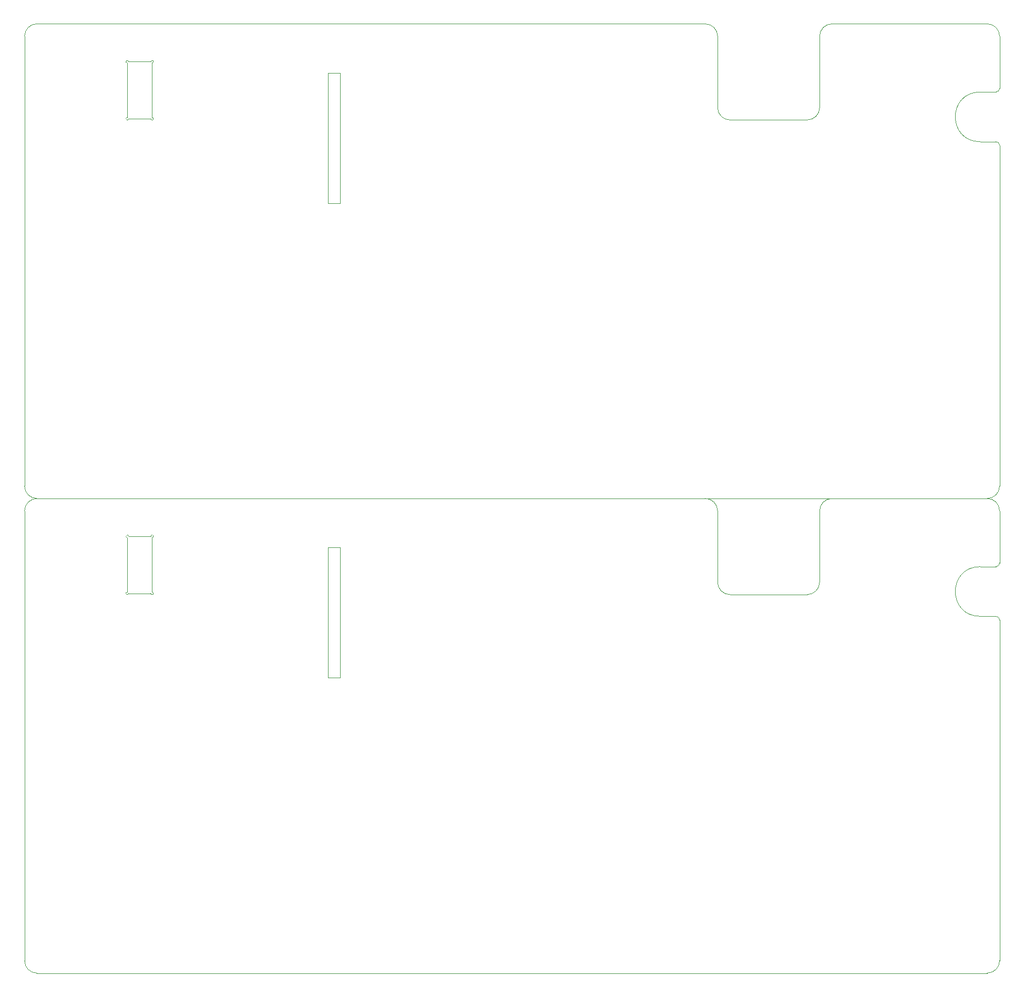
<source format=gbr>
%TF.GenerationSoftware,KiCad,Pcbnew,8.0.8*%
%TF.CreationDate,2025-02-23T19:37:12+09:00*%
%TF.ProjectId,Marre-Cover-V2.2,4d617272-652d-4436-9f76-65722d56322e,rev?*%
%TF.SameCoordinates,Original*%
%TF.FileFunction,Profile,NP*%
%FSLAX46Y46*%
G04 Gerber Fmt 4.6, Leading zero omitted, Abs format (unit mm)*
G04 Created by KiCad (PCBNEW 8.0.8) date 2025-02-23 19:37:12*
%MOMM*%
%LPD*%
G01*
G04 APERTURE LIST*
%TA.AperFunction,Profile*%
%ADD10C,0.050000*%
%TD*%
%TA.AperFunction,Profile*%
%ADD11C,0.120000*%
%TD*%
G04 APERTURE END LIST*
D10*
X137280000Y-99200000D02*
G75*
G02*
X139280000Y-101200000I0J-2000000D01*
G01*
X181565000Y-118190003D02*
G75*
G02*
X181565000Y-110189997I0J4000003D01*
G01*
X29650000Y-175700000D02*
X182700000Y-175700000D01*
X27650000Y-101200000D02*
X27650000Y-173700000D01*
X181565000Y-118190003D02*
X184100000Y-118190003D01*
X155710000Y-112690000D02*
G75*
G02*
X153710000Y-114690000I-2000000J0D01*
G01*
X155710000Y-101200000D02*
X155710000Y-112690000D01*
X184700000Y-109590000D02*
G75*
G02*
X184100000Y-110190000I-600000J0D01*
G01*
X27650000Y-101200000D02*
G75*
G02*
X29650000Y-99200000I2000000J0D01*
G01*
X182700000Y-99200000D02*
G75*
G02*
X184700000Y-101200000I0J-2000000D01*
G01*
X184700000Y-118790000D02*
X184700000Y-173700000D01*
X153710000Y-114690000D02*
X141280000Y-114690000D01*
X184700000Y-173700000D02*
G75*
G02*
X182700000Y-175700000I-2000000J0D01*
G01*
X181565000Y-110189997D02*
X184100000Y-110189997D01*
X29650000Y-175700000D02*
G75*
G02*
X27650000Y-173700000I0J2000000D01*
G01*
X182700000Y-99200000D02*
X157710000Y-99200000D01*
X139280000Y-112690000D02*
X139280000Y-101200000D01*
X155710000Y-101200000D02*
G75*
G02*
X157710000Y-99200000I2000000J0D01*
G01*
X184700000Y-109590000D02*
X184700000Y-101200000D01*
X29650000Y-99200000D02*
X137280000Y-99200000D01*
X184100000Y-118190000D02*
G75*
G02*
X184700000Y-118790000I0J-600000D01*
G01*
X141280000Y-114690000D02*
G75*
G02*
X139280000Y-112690000I0J2000000D01*
G01*
X182700000Y-175700000D02*
X157710000Y-175700000D01*
X155710000Y-24700000D02*
G75*
G02*
X157710000Y-22700000I2000000J0D01*
G01*
X155710000Y-24700000D02*
X155710000Y-36190000D01*
X181565000Y-33689997D02*
X184100000Y-33689997D01*
X184700000Y-33090000D02*
X184700000Y-24700000D01*
X29650000Y-99200000D02*
G75*
G02*
X27650000Y-97200000I0J2000000D01*
G01*
X184700000Y-42290000D02*
X184700000Y-97200000D01*
X184700000Y-97200000D02*
G75*
G02*
X182700000Y-99200000I-2000000J0D01*
G01*
X182700000Y-22700000D02*
G75*
G02*
X184700000Y-24700000I0J-2000000D01*
G01*
X181565000Y-41690003D02*
X184100000Y-41690003D01*
X153710000Y-38190000D02*
X141280000Y-38190000D01*
X27650000Y-24700000D02*
G75*
G02*
X29650000Y-22700000I2000000J0D01*
G01*
X181565000Y-41690003D02*
G75*
G02*
X181565000Y-33689997I0J4000003D01*
G01*
X141280000Y-38190000D02*
G75*
G02*
X139280000Y-36190000I0J2000000D01*
G01*
X184700000Y-33090000D02*
G75*
G02*
X184100000Y-33690000I-600000J0D01*
G01*
X139280000Y-36190000D02*
X139280000Y-24700000D01*
X155710000Y-36190000D02*
G75*
G02*
X153710000Y-38190000I-2000000J0D01*
G01*
X184100000Y-41690000D02*
G75*
G02*
X184700000Y-42290000I0J-600000D01*
G01*
X27650000Y-24700000D02*
X27650000Y-97200000D01*
X182700000Y-22700000D02*
X157710000Y-22700000D01*
X29650000Y-99200000D02*
X182700000Y-99200000D01*
X182700000Y-99200000D02*
X157710000Y-99200000D01*
X137280000Y-22700000D02*
G75*
G02*
X139280000Y-24700000I0J-2000000D01*
G01*
X29650000Y-22700000D02*
X137280000Y-22700000D01*
%TO.C,SW6*%
X44195000Y-105520000D02*
X44195000Y-114280001D01*
X44415000Y-105300000D02*
X47975000Y-105299999D01*
X44415000Y-114500001D02*
X47975001Y-114500000D01*
X48195000Y-105519999D02*
X48195001Y-114280000D01*
X44195000Y-105520000D02*
G75*
G02*
X44415000Y-105300000I0J220000D01*
G01*
X44415000Y-114500001D02*
G75*
G02*
X44195000Y-114280001I-220000J0D01*
G01*
X47975000Y-105299999D02*
G75*
G02*
X48195000Y-105520000I220000J-1D01*
G01*
X48195001Y-114280000D02*
G75*
G02*
X47975000Y-114500000I-1J-220000D01*
G01*
%TO.C,U1*%
D11*
X78490000Y-107100000D02*
X76490000Y-107100000D01*
X76490000Y-128100000D01*
X78490000Y-128100000D01*
X78490000Y-107100000D01*
X78490000Y-30600000D02*
X76490000Y-30600000D01*
X76490000Y-51600000D01*
X78490000Y-51600000D01*
X78490000Y-30600000D01*
D10*
%TO.C,SW6*%
X44195000Y-29020000D02*
X44195000Y-37780001D01*
X44415000Y-28800000D02*
X47975000Y-28799999D01*
X44415000Y-38000001D02*
X47975001Y-38000000D01*
X48195000Y-29019999D02*
X48195001Y-37780000D01*
X44195000Y-29020000D02*
G75*
G02*
X44415000Y-28800000I0J220000D01*
G01*
X44415000Y-38000001D02*
G75*
G02*
X44195000Y-37780001I-220000J0D01*
G01*
X47975000Y-28799999D02*
G75*
G02*
X48195000Y-29020000I220000J-1D01*
G01*
X48195001Y-37780000D02*
G75*
G02*
X47975000Y-38000000I-1J-220000D01*
G01*
%TD*%
M02*

</source>
